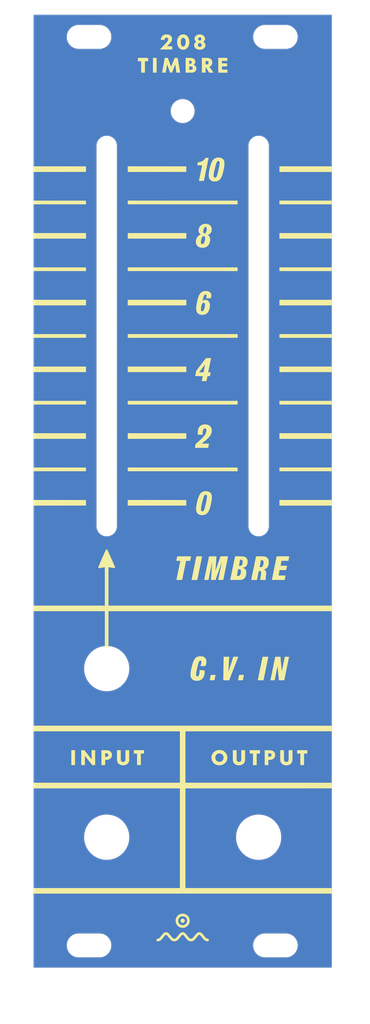
<source format=kicad_pcb>
(kicad_pcb (version 20221018) (generator pcbnew)
  (title_block (title "208 Timbre (ASS Editon)") (rev "1") (company "Triglav Modular") (comment 1 "Circuit by Don Buchla, 1973"))
  (layers (0 "F.Cu" signal) (31 "B.Cu" signal) (34 "B.Paste" user) (35 "F.Paste" user) (36 "B.SilkS" user "B.Silkscreen") (37 "F.SilkS" user "F.Silkscreen") (38 "B.Mask" user) (39 "F.Mask" user) (44 "Edge.Cuts" user))
  (net 0 "")
  (footprint "LOGO" (layer "F.Cu") (at 141.418898 95.549411)
    (fp_text reference "G***" hide)
    (fp_text value "LOGO" hide)
  )
  (footprint "clipboard:8ade9059-73ad-47e3-ba2e-b8e314514bfd" (layer "F.Cu") (at 139.199112 35.559995)
    (fp_text reference "" (at 0 0) (layer "F.SilkS") (effects (font (size 1.27 1.27))))
    (fp_text value "" (at 0 0) (layer "F.SilkS") (effects (font (size 1.27 1.27))))
  )
  (gr_curve (pts (xy 146.349999 141.179248) (xy 146.349999 142.862802) (xy 147.715613 144.228599) (xy 149.400663 144.228599)) (stroke (width 0.01)) (layer "Edge.Cuts"))
  (gr_curve (pts (xy 123.489846 33.267104) (xy 123.489846 34.150791) (xy 124.206216 34.867161) (xy 125.089903 34.867161)) (stroke (width 0.05)) (layer "Edge.Cuts"))
  (gr_line (start 150.270786 34.867161) (end 153.06407 34.867161) (stroke (width 0.05)) (layer "Edge.Cuts"))
  (gr_rect (start 118.986545 30.269995) (end 159.286545 158.769995) (stroke (width 0.05)) (fill none) (layer "Edge.Cuts"))
  (gr_curve (pts (xy 125.823331 141.179248) (xy 125.823331 142.862802) (xy 127.188943 144.228599) (xy 128.873993 144.228599)) (stroke (width 0.01)) (layer "Edge.Cuts"))
  (gr_line (start 127.883187 154.168204) (end 125.089903 154.168204) (stroke (width 0.05)) (layer "Edge.Cuts"))
  (gr_circle (center 139.136545 43.266072) (end 140.736545 43.266072) (stroke (width 0.05)) (fill none) (layer "Edge.Cuts"))
  (gr_curve (pts (xy 129.483244 33.2671) (xy 129.483244 32.383413) (xy 128.766874 31.667043) (xy 127.883187 31.667043)) (stroke (width 0.05)) (layer "Edge.Cuts"))
  (gr_curve (pts (xy 154.664127 33.2671) (xy 154.664127 32.383413) (xy 153.947757 31.667043) (xy 153.06407 31.667043)) (stroke (width 0.05)) (layer "Edge.Cuts"))
  (gr_curve (pts (xy 153.06407 34.867161) (xy 153.947757 34.867161) (xy 154.664127 34.150791) (xy 154.664127 33.267104)) (stroke (width 0.05)) (layer "Edge.Cuts"))
  (gr_curve (pts (xy 153.06407 157.368322) (xy 153.947757 157.368322) (xy 154.664127 156.651952) (xy 154.664127 155.768264)) (stroke (width 0.05)) (layer "Edge.Cuts"))
  (gr_curve (pts (xy 128.873993 144.228599) (xy 130.558381 144.228599) (xy 131.923336 142.862802) (xy 131.923336 141.179248)) (stroke (width 0.01)) (layer "Edge.Cuts"))
  (gr_curve (pts (xy 123.489846 155.768264) (xy 123.489846 156.651952) (xy 124.206216 157.368322) (xy 125.089903 157.368322)) (stroke (width 0.05)) (layer "Edge.Cuts"))
  (gr_curve (pts (xy 148.032212 99.232212) (xy 148.032212 99.98762) (xy 148.644592 100.6) (xy 149.4 100.6)) (stroke (width 0.05)) (layer "Edge.Cuts"))
  (gr_curve (pts (xy 150.270786 31.667043) (xy 149.387099 31.667043) (xy 148.670729 32.383413) (xy 148.670729 33.2671)) (stroke (width 0.05)) (layer "Edge.Cuts"))
  (gr_curve (pts (xy 125.089903 154.168204) (xy 124.206216 154.168204) (xy 123.489846 154.884574) (xy 123.489846 155.768261)) (stroke (width 0.05)) (layer "Edge.Cuts"))
  (gr_curve (pts (xy 152.450003 141.179248) (xy 152.450003 139.494403) (xy 151.085051 138.128606) (xy 149.400663 138.128606)) (stroke (width 0.01)) (layer "Edge.Cuts"))
  (gr_line (start 127.505543 47.967787) (end 127.505543 99.232212) (stroke (width 0.05)) (layer "Edge.Cuts"))
  (gr_line (start 153.06407 154.168204) (end 150.270786 154.168204) (stroke (width 0.05)) (layer "Edge.Cuts"))
  (gr_line (start 130.241122 99.232212) (end 130.241122 47.967787) (stroke (width 0.05)) (layer "Edge.Cuts"))
  (gr_curve (pts (xy 128.873993 121.493768) (xy 130.558381 121.493768) (xy 131.923336 120.12796) (xy 131.923336 118.444407)) (stroke (width 0.01)) (layer "Edge.Cuts"))
  (gr_curve (pts (xy 154.664127 155.768261) (xy 154.664127 154.884574) (xy 153.947757 154.168204) (xy 153.06407 154.168204)) (stroke (width 0.05)) (layer "Edge.Cuts"))
  (gr_curve (pts (xy 149.400663 138.128606) (xy 147.715613 138.128606) (xy 146.349999 139.494403) (xy 146.349999 141.179248)) (stroke (width 0.01)) (layer "Edge.Cuts"))
  (gr_line (start 150.767791 99.232212) (end 150.767791 47.967787) (stroke (width 0.05)) (layer "Edge.Cuts"))
  (gr_curve (pts (xy 129.483244 155.768261) (xy 129.483244 154.884574) (xy 128.766874 154.168204) (xy 127.883187 154.168204)) (stroke (width 0.05)) (layer "Edge.Cuts"))
  (gr_curve (pts (xy 130.241122 47.967787) (xy 130.241122 47.212379) (xy 129.628742 46.6) (xy 128.873334 46.6)) (stroke (width 0.05)) (layer "Edge.Cuts"))
  (gr_line (start 153.06407 31.667043) (end 150.270786 31.667043) (stroke (width 0.05)) (layer "Edge.Cuts"))
  (gr_curve (pts (xy 149.400663 144.228599) (xy 151.085051 144.228599) (xy 152.450003 142.862802) (xy 152.450003 141.179248)) (stroke (width 0.01)) (layer "Edge.Cuts"))
  (gr_curve (pts (xy 150.270786 154.168204) (xy 149.387099 154.168204) (xy 148.670729 154.884574) (xy 148.670729 155.768261)) (stroke (width 0.05)) (layer "Edge.Cuts"))
  (gr_curve (pts (xy 131.923336 118.444407) (xy 131.923336 116.759572) (xy 130.558381 115.393764) (xy 128.873993 115.393764)) (stroke (width 0.01)) (layer "Edge.Cuts"))
  (gr_curve (pts (xy 128.873334 100.6) (xy 129.628742 100.6) (xy 130.241122 99.98762) (xy 130.241122 99.232212)) (stroke (width 0.05)) (layer "Edge.Cuts"))
  (gr_curve (pts (xy 128.873993 138.128606) (xy 127.188943 138.128606) (xy 125.823331 139.494403) (xy 125.823331 141.179248)) (stroke (width 0.01)) (layer "Edge.Cuts"))
  (gr_curve (pts (xy 148.670729 33.267104) (xy 148.670729 34.150791) (xy 149.387099 34.867161) (xy 150.270786 34.867161)) (stroke (width 0.05)) (layer "Edge.Cuts"))
  (gr_curve (pts (xy 148.670729 155.768264) (xy 148.670729 156.651952) (xy 149.387099 157.368322) (xy 150.270786 157.368322)) (stroke (width 0.05)) (layer "Edge.Cuts"))
  (gr_curve (pts (xy 128.873993 115.393764) (xy 127.188943 115.393764) (xy 125.823331 116.759572) (xy 125.823331 118.444407)) (stroke (width 0.01)) (layer "Edge.Cuts"))
  (gr_line (start 150.270786 157.368322) (end 153.06407 157.368322) (stroke (width 0.05)) (layer "Edge.Cuts"))
  (gr_curve (pts (xy 125.089903 31.667043) (xy 124.206216 31.667043) (xy 123.489846 32.383413) (xy 123.489846 33.2671)) (stroke (width 0.05)) (layer "Edge.Cuts"))
  (gr_line (start 125.089903 157.368322) (end 127.883187 157.368322) (stroke (width 0.05)) (layer "Edge.Cuts"))
  (gr_curve (pts (xy 125.823331 118.444407) (xy 125.823331 120.12796) (xy 127.188943 121.493768) (xy 128.873993 121.493768)) (stroke (width 0.01)) (layer "Edge.Cuts"))
  (gr_curve (pts (xy 131.923336 141.179248) (xy 131.923336 139.494403) (xy 130.558381 138.128606) (xy 128.873993 138.128606)) (stroke (width 0.01)) (layer "Edge.Cuts"))
  (gr_line (start 125.089903 34.867161) (end 127.883187 34.867161) (stroke (width 0.05)) (layer "Edge.Cuts"))
  (gr_line (start 148.032212 47.967787) (end 148.032212 99.232212) (stroke (width 0.05)) (layer "Edge.Cuts"))
  (gr_curve (pts (xy 149.4 46.6) (xy 148.644592 46.6) (xy 148.032212 47.212379) (xy 148.032212 47.967787)) (stroke (width 0.05)) (layer "Edge.Cuts"))
  (gr_curve (pts (xy 128.873331 46.6) (xy 128.117923 46.6) (xy 127.505543 47.212379) (xy 127.505543 47.967787)) (stroke (width 0.05)) (layer "Edge.Cuts"))
  (gr_curve (pts (xy 127.505543 99.232212) (xy 127.505543 99.98762) (xy 128.117923 100.6) (xy 128.873331 100.6)) (stroke (width 0.05)) (layer "Edge.Cuts"))
  (gr_curve (pts (xy 127.883187 34.867161) (xy 128.766874 34.867161) (xy 129.483244 34.150791) (xy 129.483244 33.267104)) (stroke (width 0.05)) (layer "Edge.Cuts"))
  (gr_curve (pts (xy 150.767791 47.967787) (xy 150.767791 47.212379) (xy 150.155411 46.6) (xy 149.400003 46.6)) (stroke (width 0.05)) (layer "Edge.Cuts"))
  (gr_line (start 127.883187 31.667043) (end 125.089903 31.667043) (stroke (width 0.05)) (layer "Edge.Cuts"))
  (gr_curve (pts (xy 127.883187 157.368322) (xy 128.766874 157.368322) (xy 129.483244 156.651952) (xy 129.483244 155.768264)) (stroke (width 0.05)) (layer "Edge.Cuts"))
  (gr_curve (pts (xy 149.400003 100.6) (xy 150.155411 100.6) (xy 150.767791 99.98762) (xy 150.767791 99.232212)) (stroke (width 0.05)) (layer "Edge.Cuts"))
  (zone (net 0) (net_name "") (layers "F&B.Cu") (connect_pads (clearance 0.508)) (min_thickness 0.25) (fill yes (thermal_gap 0.5) (thermal_bridge_width 0.5) (island_removal_mode 1) (island_area_min 10))
    (polygon (pts (xy 161.776745 28.289995) (xy 114.456545 28.289995) (xy 114.456545 162.960795) (xy 117.860145 166.364395) (xy 158.398545 166.364395) (xy 164.443745 160.319195) (xy 164.443745 30.956995)))
  )
)
</source>
